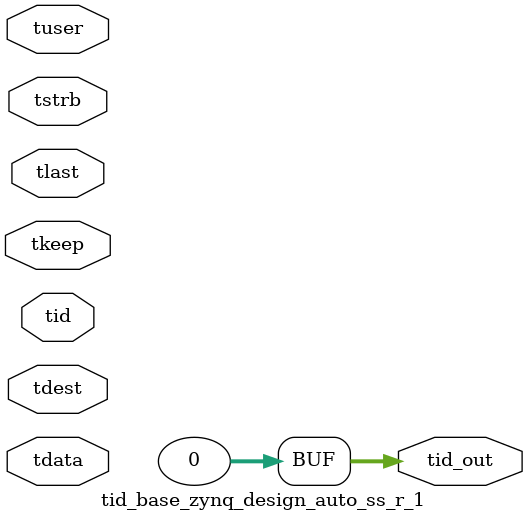
<source format=v>


`timescale 1ps/1ps

module tid_base_zynq_design_auto_ss_r_1 #
(
parameter C_S_AXIS_TID_WIDTH   = 1,
parameter C_S_AXIS_TUSER_WIDTH = 0,
parameter C_S_AXIS_TDATA_WIDTH = 0,
parameter C_S_AXIS_TDEST_WIDTH = 0,
parameter C_M_AXIS_TID_WIDTH   = 32
)
(
input  [(C_S_AXIS_TID_WIDTH   == 0 ? 1 : C_S_AXIS_TID_WIDTH)-1:0       ] tid,
input  [(C_S_AXIS_TDATA_WIDTH == 0 ? 1 : C_S_AXIS_TDATA_WIDTH)-1:0     ] tdata,
input  [(C_S_AXIS_TUSER_WIDTH == 0 ? 1 : C_S_AXIS_TUSER_WIDTH)-1:0     ] tuser,
input  [(C_S_AXIS_TDEST_WIDTH == 0 ? 1 : C_S_AXIS_TDEST_WIDTH)-1:0     ] tdest,
input  [(C_S_AXIS_TDATA_WIDTH/8)-1:0 ] tkeep,
input  [(C_S_AXIS_TDATA_WIDTH/8)-1:0 ] tstrb,
input                                                                    tlast,
output [(C_M_AXIS_TID_WIDTH   == 0 ? 1 : C_M_AXIS_TID_WIDTH)-1:0       ] tid_out
);

assign tid_out = {1'b0};

endmodule


</source>
